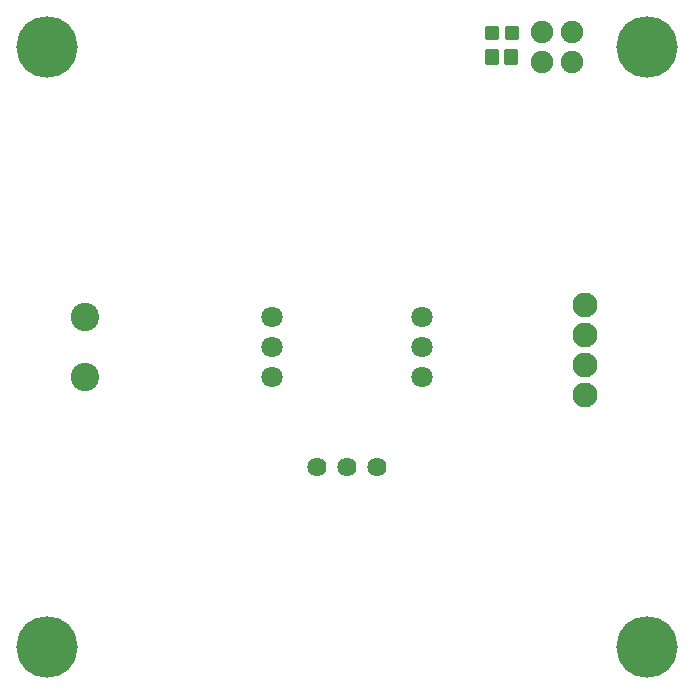
<source format=gts>
G04 Layer: TopSolderMaskLayer*
G04 Panelize: , Column: 2, Row: 2, Board Size: 58.42mm x 58.42mm, Panelized Board Size: 118.84mm x 118.84mm*
G04 EasyEDA v6.5.32, 2023-07-25 14:04:49*
G04 2db8e41404b945f8aa85a1d49205427a,5a6b42c53f6a479593ecc07194224c93,10*
G04 Gerber Generator version 0.2*
G04 Scale: 100 percent, Rotated: No, Reflected: No *
G04 Dimensions in millimeters *
G04 leading zeros omitted , absolute positions ,4 integer and 5 decimal *
%FSLAX45Y45*%
%MOMM*%

%AMMACRO1*1,1,$1,$2,$3*1,1,$1,$4,$5*1,1,$1,0-$2,0-$3*1,1,$1,0-$4,0-$5*20,1,$1,$2,$3,$4,$5,0*20,1,$1,$4,$5,0-$2,0-$3,0*20,1,$1,0-$2,0-$3,0-$4,0-$5,0*20,1,$1,0-$4,0-$5,$2,$3,0*4,1,4,$2,$3,$4,$5,0-$2,0-$3,0-$4,0-$5,$2,$3,0*%
%ADD10C,2.4032*%
%ADD11C,1.8016*%
%ADD12C,1.6256*%
%ADD13MACRO1,0.2032X-0.45X-0.5X-0.45X0.5*%
%ADD14MACRO1,0.2032X0.5X-0.55X-0.5X-0.55*%
%ADD15C,5.2032*%
%ADD16C,1.9016*%
%ADD17C,2.1016*%

%LPD*%
D10*
G01*
X698500Y3175000D03*
G01*
X698500Y2667000D03*
D11*
G01*
X2286000Y2667000D03*
G01*
X2286000Y2921000D03*
G01*
X2286000Y3175000D03*
G01*
X3556000Y3175000D03*
G01*
X3556000Y2921000D03*
G01*
X3556000Y2667000D03*
D12*
G01*
X3175000Y1905000D03*
G01*
X2921000Y1905000D03*
G01*
X2667000Y1905000D03*
D13*
G01*
X4144091Y5575292D03*
G01*
X4314090Y5575292D03*
D14*
G01*
X4149092Y5372100D03*
G01*
X4309097Y5372100D03*
D15*
G01*
X381000Y5461000D03*
G01*
X5461000Y5461000D03*
G01*
X5461000Y381000D03*
G01*
X381000Y381000D03*
D16*
G01*
X4572000Y5588000D03*
G01*
X4572000Y5334000D03*
G01*
X4826000Y5334000D03*
G01*
X4826000Y5588000D03*
D17*
G01*
X4931206Y3020161D03*
G01*
X4931206Y2766161D03*
G01*
X4931206Y2512161D03*
G01*
X4931206Y3274161D03*
M02*

</source>
